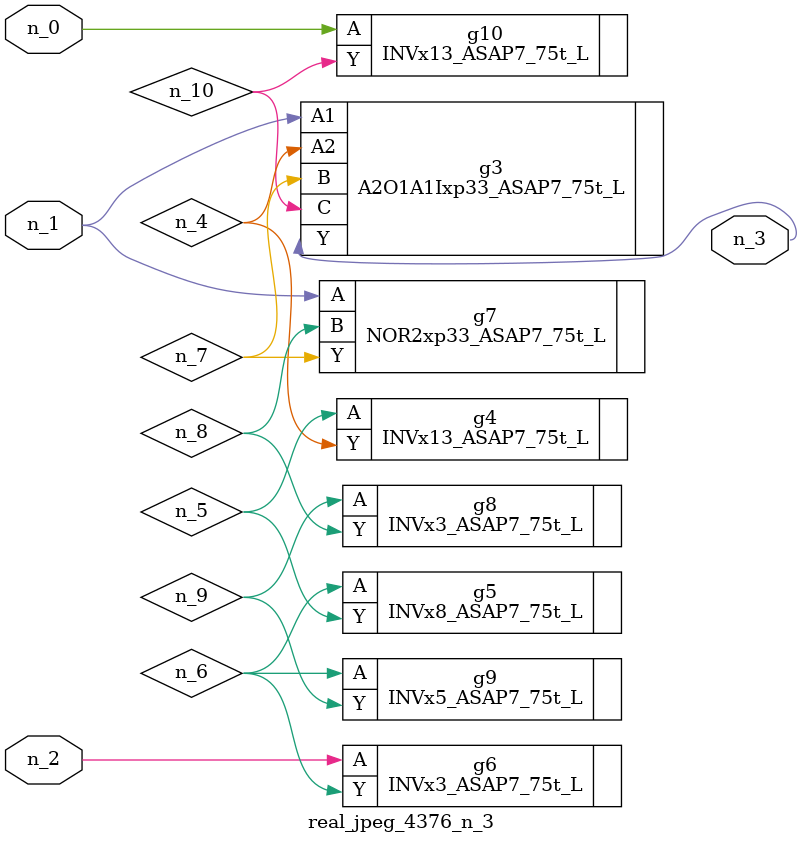
<source format=v>
module real_jpeg_4376_n_3 (n_1, n_0, n_2, n_3);

input n_1;
input n_0;
input n_2;

output n_3;

wire n_5;
wire n_4;
wire n_8;
wire n_6;
wire n_7;
wire n_10;
wire n_9;

INVx13_ASAP7_75t_L g10 ( 
.A(n_0),
.Y(n_10)
);

A2O1A1Ixp33_ASAP7_75t_L g3 ( 
.A1(n_1),
.A2(n_4),
.B(n_7),
.C(n_10),
.Y(n_3)
);

NOR2xp33_ASAP7_75t_L g7 ( 
.A(n_1),
.B(n_8),
.Y(n_7)
);

INVx3_ASAP7_75t_L g6 ( 
.A(n_2),
.Y(n_6)
);

INVx13_ASAP7_75t_L g4 ( 
.A(n_5),
.Y(n_4)
);

INVx8_ASAP7_75t_L g5 ( 
.A(n_6),
.Y(n_5)
);

INVx5_ASAP7_75t_L g9 ( 
.A(n_6),
.Y(n_9)
);

INVx3_ASAP7_75t_L g8 ( 
.A(n_9),
.Y(n_8)
);


endmodule
</source>
